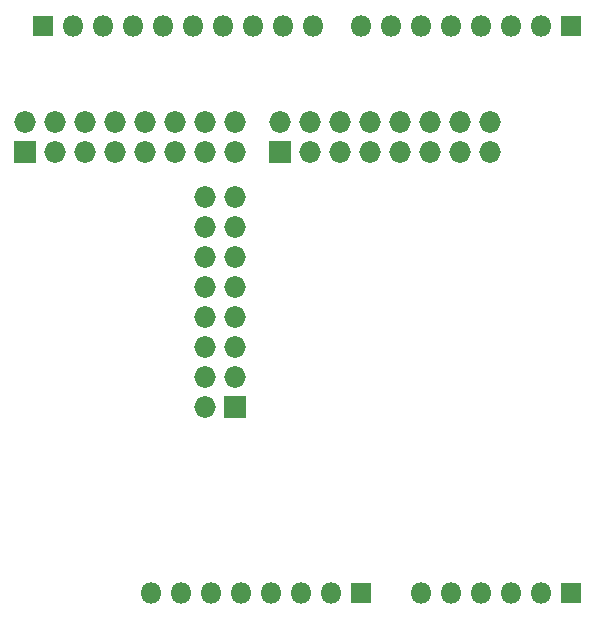
<source format=gbs>
G04 #@! TF.FileFunction,Soldermask,Bot*
%FSLAX46Y46*%
G04 Gerber Fmt 4.6, Leading zero omitted, Abs format (unit mm)*
G04 Created by KiCad (PCBNEW 4.0.5+dfsg1-4) date Sun Oct 21 08:43:36 2018*
%MOMM*%
%LPD*%
G01*
G04 APERTURE LIST*
%ADD10C,0.100000*%
%ADD11R,1.828800X1.828800*%
%ADD12O,1.828800X1.828800*%
%ADD13R,1.801600X1.801600*%
%ADD14O,1.801600X1.801600*%
G04 APERTURE END LIST*
D10*
D11*
X153162000Y-85090000D03*
D12*
X153162000Y-82550000D03*
X155702000Y-85090000D03*
X155702000Y-82550000D03*
X158242000Y-85090000D03*
X158242000Y-82550000D03*
X160782000Y-85090000D03*
X160782000Y-82550000D03*
X163322000Y-85090000D03*
X163322000Y-82550000D03*
X165862000Y-85090000D03*
X165862000Y-82550000D03*
X168402000Y-85090000D03*
X168402000Y-82550000D03*
X170942000Y-85090000D03*
X170942000Y-82550000D03*
D13*
X177800000Y-122428000D03*
D14*
X175260000Y-122428000D03*
X172720000Y-122428000D03*
X170180000Y-122428000D03*
X167640000Y-122428000D03*
X165100000Y-122428000D03*
D13*
X177800000Y-74422000D03*
D14*
X175260000Y-74422000D03*
X172720000Y-74422000D03*
X170180000Y-74422000D03*
X167640000Y-74422000D03*
X165100000Y-74422000D03*
X162560000Y-74422000D03*
X160020000Y-74422000D03*
D13*
X160020000Y-122428000D03*
D14*
X157480000Y-122428000D03*
X154940000Y-122428000D03*
X152400000Y-122428000D03*
X149860000Y-122428000D03*
X147320000Y-122428000D03*
X144780000Y-122428000D03*
X142240000Y-122428000D03*
D13*
X133096000Y-74422000D03*
D14*
X135636000Y-74422000D03*
X138176000Y-74422000D03*
X140716000Y-74422000D03*
X143256000Y-74422000D03*
X145796000Y-74422000D03*
X148336000Y-74422000D03*
X150876000Y-74422000D03*
X153416000Y-74422000D03*
X155956000Y-74422000D03*
D11*
X149352000Y-106680000D03*
D12*
X146812000Y-106680000D03*
X149352000Y-104140000D03*
X146812000Y-104140000D03*
X149352000Y-101600000D03*
X146812000Y-101600000D03*
X149352000Y-99060000D03*
X146812000Y-99060000D03*
X149352000Y-96520000D03*
X146812000Y-96520000D03*
X149352000Y-93980000D03*
X146812000Y-93980000D03*
X149352000Y-91440000D03*
X146812000Y-91440000D03*
X149352000Y-88900000D03*
X146812000Y-88900000D03*
D11*
X131572000Y-85090000D03*
D12*
X131572000Y-82550000D03*
X134112000Y-85090000D03*
X134112000Y-82550000D03*
X136652000Y-85090000D03*
X136652000Y-82550000D03*
X139192000Y-85090000D03*
X139192000Y-82550000D03*
X141732000Y-85090000D03*
X141732000Y-82550000D03*
X144272000Y-85090000D03*
X144272000Y-82550000D03*
X146812000Y-85090000D03*
X146812000Y-82550000D03*
X149352000Y-85090000D03*
X149352000Y-82550000D03*
M02*

</source>
